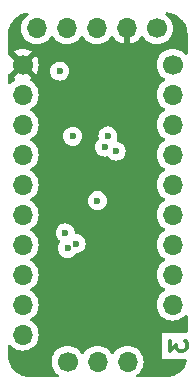
<source format=gbr>
%TF.GenerationSoftware,KiCad,Pcbnew,8.0.5*%
%TF.CreationDate,2025-01-09T20:32:44-08:00*%
%TF.ProjectId,PIC32Flex,50494333-3246-46c6-9578-2e6b69636164,rev?*%
%TF.SameCoordinates,Original*%
%TF.FileFunction,Copper,L3,Inr*%
%TF.FilePolarity,Positive*%
%FSLAX46Y46*%
G04 Gerber Fmt 4.6, Leading zero omitted, Abs format (unit mm)*
G04 Created by KiCad (PCBNEW 8.0.5) date 2025-01-09 20:32:44*
%MOMM*%
%LPD*%
G01*
G04 APERTURE LIST*
%ADD10C,0.300000*%
%TA.AperFunction,NonConductor*%
%ADD11C,0.300000*%
%TD*%
%TA.AperFunction,ComponentPad*%
%ADD12C,1.700000*%
%TD*%
%TA.AperFunction,ComponentPad*%
%ADD13O,1.700000X1.700000*%
%TD*%
%TA.AperFunction,ViaPad*%
%ADD14C,0.600000*%
%TD*%
G04 APERTURE END LIST*
D10*
D11*
X112513066Y-98397368D02*
X112513066Y-99264034D01*
X112513066Y-99264034D02*
X113046400Y-98797368D01*
X113046400Y-98797368D02*
X113046400Y-98997368D01*
X113046400Y-98997368D02*
X113113066Y-99130701D01*
X113113066Y-99130701D02*
X113179733Y-99197368D01*
X113179733Y-99197368D02*
X113313066Y-99264034D01*
X113313066Y-99264034D02*
X113646400Y-99264034D01*
X113646400Y-99264034D02*
X113779733Y-99197368D01*
X113779733Y-99197368D02*
X113846400Y-99130701D01*
X113846400Y-99130701D02*
X113913066Y-98997368D01*
X113913066Y-98997368D02*
X113913066Y-98597368D01*
X113913066Y-98597368D02*
X113846400Y-98464034D01*
X113846400Y-98464034D02*
X113779733Y-98397368D01*
D12*
%TO.N,/TXD*%
%TO.C,J1*%
X103837600Y-100170800D03*
D13*
%TO.N,/RXD*%
X106377600Y-100170800D03*
%TO.N,GND*%
X108917600Y-100170800D03*
%TD*%
D12*
%TO.N,/AN1{slash}RA1*%
%TO.C,J3*%
X112740000Y-75020000D03*
D13*
%TO.N,/AN0{slash}RA0*%
X112740000Y-77560000D03*
%TO.N,/AN9{slash}RB15*%
X112740000Y-80100000D03*
%TO.N,/AN10{slash}RB14*%
X112740000Y-82640000D03*
%TO.N,/AN11{slash}RB13*%
X112740000Y-85180000D03*
%TO.N,/AN12{slash}RB12*%
X112740000Y-87720000D03*
%TO.N,/RB11*%
X112740000Y-90260000D03*
%TO.N,/RB10*%
X112740000Y-92800000D03*
%TO.N,/RB9*%
X112740000Y-95340000D03*
%TD*%
%TO.N,/PGClk*%
%TO.C,J2*%
X101250000Y-71950000D03*
%TO.N,/PGData*%
X103790000Y-71950000D03*
%TO.N,GND*%
X106330000Y-71950000D03*
%TO.N,+3.3V*%
X108870000Y-71950000D03*
D12*
%TO.N,/MCLR*%
X111410000Y-71950000D03*
%TD*%
%TO.N,+3.3V*%
%TO.C,J4*%
X100040000Y-75020000D03*
D13*
%TO.N,GND*%
X100040000Y-77560000D03*
%TO.N,/AN4{slash}RB2*%
X100040000Y-80100000D03*
%TO.N,/AN5{slash}RB3*%
X100040000Y-82640000D03*
%TO.N,/RA2*%
X100040000Y-85180000D03*
%TO.N,/RA3*%
X100040000Y-87720000D03*
%TO.N,/RB4*%
X100040000Y-90260000D03*
%TO.N,/RA4*%
X100040000Y-92800000D03*
%TO.N,/RB5*%
X100040000Y-95340000D03*
%TO.N,/RB8*%
X100040000Y-97880000D03*
%TD*%
D14*
%TO.N,+3.3V*%
X102637600Y-91100000D03*
X104020000Y-78840000D03*
X109970000Y-82000000D03*
X107020000Y-78870000D03*
%TO.N,GND*%
X107255735Y-81065735D03*
X104280000Y-81090000D03*
X103170000Y-75570000D03*
X106373203Y-86545485D03*
%TO.N,/TXD*%
X103837600Y-90580000D03*
%TO.N,/RXD*%
X104560000Y-90180000D03*
%TO.N,/RB5*%
X103650000Y-89270000D03*
%TO.N,/AN0{slash}RA0*%
X107950000Y-82350000D03*
%TO.N,/AN1{slash}RA1*%
X106980000Y-82010000D03*
%TD*%
%TA.AperFunction,Conductor*%
%TO.N,+3.3V*%
G36*
X112426790Y-70615364D02*
G01*
X112442848Y-70617479D01*
X112628875Y-70654482D01*
X112657771Y-70660230D01*
X112673438Y-70664428D01*
X112784119Y-70701999D01*
X112880944Y-70734867D01*
X112895921Y-70741070D01*
X113026984Y-70805703D01*
X113092460Y-70837992D01*
X113106507Y-70846102D01*
X113138789Y-70867672D01*
X113288712Y-70967848D01*
X113301573Y-70977716D01*
X113373088Y-71040433D01*
X113466328Y-71122202D01*
X113477797Y-71133671D01*
X113569808Y-71238590D01*
X113609152Y-71283454D01*
X113622280Y-71298423D01*
X113632153Y-71311290D01*
X113653724Y-71343573D01*
X113753897Y-71493492D01*
X113762007Y-71507539D01*
X113858926Y-71704071D01*
X113865133Y-71719057D01*
X113935571Y-71926561D01*
X113939769Y-71942228D01*
X113982518Y-72157140D01*
X113984636Y-72173221D01*
X113999235Y-72395956D01*
X113999500Y-72404066D01*
X113999500Y-74071294D01*
X113979815Y-74138333D01*
X113927011Y-74184088D01*
X113857853Y-74194032D01*
X113794297Y-74165007D01*
X113780515Y-74151005D01*
X113778495Y-74148598D01*
X113611402Y-73981506D01*
X113611395Y-73981501D01*
X113417834Y-73845967D01*
X113417830Y-73845965D01*
X113417828Y-73845964D01*
X113203663Y-73746097D01*
X113203659Y-73746096D01*
X113203655Y-73746094D01*
X112975413Y-73684938D01*
X112975403Y-73684936D01*
X112740001Y-73664341D01*
X112739999Y-73664341D01*
X112504596Y-73684936D01*
X112504586Y-73684938D01*
X112276344Y-73746094D01*
X112276335Y-73746098D01*
X112062171Y-73845964D01*
X112062169Y-73845965D01*
X111868597Y-73981505D01*
X111701505Y-74148597D01*
X111565965Y-74342169D01*
X111565964Y-74342171D01*
X111466098Y-74556335D01*
X111466094Y-74556344D01*
X111404938Y-74784586D01*
X111404936Y-74784596D01*
X111384341Y-75019999D01*
X111384341Y-75020000D01*
X111404936Y-75255403D01*
X111404938Y-75255413D01*
X111466094Y-75483655D01*
X111466096Y-75483659D01*
X111466097Y-75483663D01*
X111506355Y-75569996D01*
X111565965Y-75697830D01*
X111565967Y-75697834D01*
X111633476Y-75794246D01*
X111698916Y-75887704D01*
X111701501Y-75891395D01*
X111701506Y-75891402D01*
X111868597Y-76058493D01*
X111868603Y-76058498D01*
X112054158Y-76188425D01*
X112097783Y-76243002D01*
X112104977Y-76312500D01*
X112073454Y-76374855D01*
X112054158Y-76391575D01*
X111868597Y-76521505D01*
X111701505Y-76688597D01*
X111565965Y-76882169D01*
X111565964Y-76882171D01*
X111466098Y-77096335D01*
X111466094Y-77096344D01*
X111404938Y-77324586D01*
X111404936Y-77324596D01*
X111384341Y-77559999D01*
X111384341Y-77560000D01*
X111404936Y-77795403D01*
X111404938Y-77795413D01*
X111466094Y-78023655D01*
X111466096Y-78023659D01*
X111466097Y-78023663D01*
X111480500Y-78054550D01*
X111565965Y-78237830D01*
X111565967Y-78237834D01*
X111671946Y-78389187D01*
X111698916Y-78427704D01*
X111701501Y-78431395D01*
X111701506Y-78431402D01*
X111868597Y-78598493D01*
X111868603Y-78598498D01*
X112054158Y-78728425D01*
X112097783Y-78783002D01*
X112104977Y-78852500D01*
X112073454Y-78914855D01*
X112054158Y-78931575D01*
X111868597Y-79061505D01*
X111701505Y-79228597D01*
X111565965Y-79422169D01*
X111565964Y-79422171D01*
X111466098Y-79636335D01*
X111466094Y-79636344D01*
X111404938Y-79864586D01*
X111404936Y-79864596D01*
X111384341Y-80099999D01*
X111384341Y-80100000D01*
X111404936Y-80335403D01*
X111404938Y-80335413D01*
X111466094Y-80563655D01*
X111466096Y-80563659D01*
X111466097Y-80563663D01*
X111565965Y-80777830D01*
X111565967Y-80777834D01*
X111642046Y-80886485D01*
X111698916Y-80967704D01*
X111701501Y-80971395D01*
X111701506Y-80971402D01*
X111868597Y-81138493D01*
X111868603Y-81138498D01*
X112054158Y-81268425D01*
X112097783Y-81323002D01*
X112104977Y-81392500D01*
X112073454Y-81454855D01*
X112054158Y-81471575D01*
X111868597Y-81601505D01*
X111701505Y-81768597D01*
X111565965Y-81962169D01*
X111565964Y-81962171D01*
X111466098Y-82176335D01*
X111466094Y-82176344D01*
X111404938Y-82404586D01*
X111404936Y-82404596D01*
X111384341Y-82639999D01*
X111384341Y-82640000D01*
X111404936Y-82875403D01*
X111404938Y-82875413D01*
X111466094Y-83103655D01*
X111466096Y-83103659D01*
X111466097Y-83103663D01*
X111514714Y-83207922D01*
X111565965Y-83317830D01*
X111565967Y-83317834D01*
X111671946Y-83469187D01*
X111698916Y-83507704D01*
X111701501Y-83511395D01*
X111701506Y-83511402D01*
X111868597Y-83678493D01*
X111868603Y-83678498D01*
X112054158Y-83808425D01*
X112097783Y-83863002D01*
X112104977Y-83932500D01*
X112073454Y-83994855D01*
X112054158Y-84011575D01*
X111868597Y-84141505D01*
X111701505Y-84308597D01*
X111565965Y-84502169D01*
X111565964Y-84502171D01*
X111466098Y-84716335D01*
X111466094Y-84716344D01*
X111404938Y-84944586D01*
X111404936Y-84944596D01*
X111384341Y-85179999D01*
X111384341Y-85180000D01*
X111404936Y-85415403D01*
X111404938Y-85415413D01*
X111466094Y-85643655D01*
X111466096Y-85643659D01*
X111466097Y-85643663D01*
X111480500Y-85674550D01*
X111565965Y-85857830D01*
X111565967Y-85857834D01*
X111606464Y-85915669D01*
X111698916Y-86047704D01*
X111701501Y-86051395D01*
X111701506Y-86051402D01*
X111868597Y-86218493D01*
X111868603Y-86218498D01*
X112054158Y-86348425D01*
X112097783Y-86403002D01*
X112104977Y-86472500D01*
X112073454Y-86534855D01*
X112054158Y-86551575D01*
X111868597Y-86681505D01*
X111701505Y-86848597D01*
X111565965Y-87042169D01*
X111565964Y-87042171D01*
X111466098Y-87256335D01*
X111466094Y-87256344D01*
X111404938Y-87484586D01*
X111404936Y-87484596D01*
X111384341Y-87719999D01*
X111384341Y-87720000D01*
X111404936Y-87955403D01*
X111404938Y-87955413D01*
X111466094Y-88183655D01*
X111466096Y-88183659D01*
X111466097Y-88183663D01*
X111480500Y-88214550D01*
X111565965Y-88397830D01*
X111565967Y-88397834D01*
X111626744Y-88484632D01*
X111698916Y-88587704D01*
X111701501Y-88591395D01*
X111701506Y-88591402D01*
X111868597Y-88758493D01*
X111868603Y-88758498D01*
X112054158Y-88888425D01*
X112097783Y-88943002D01*
X112104977Y-89012500D01*
X112073454Y-89074855D01*
X112054158Y-89091575D01*
X111868597Y-89221505D01*
X111701505Y-89388597D01*
X111565965Y-89582169D01*
X111565964Y-89582171D01*
X111466098Y-89796335D01*
X111466094Y-89796344D01*
X111404938Y-90024586D01*
X111404936Y-90024596D01*
X111384341Y-90259999D01*
X111384341Y-90260000D01*
X111404936Y-90495403D01*
X111404938Y-90495413D01*
X111466094Y-90723655D01*
X111466096Y-90723659D01*
X111466097Y-90723663D01*
X111506271Y-90809816D01*
X111565965Y-90937830D01*
X111565967Y-90937834D01*
X111637497Y-91039988D01*
X111698916Y-91127704D01*
X111701501Y-91131395D01*
X111701506Y-91131402D01*
X111868597Y-91298493D01*
X111868603Y-91298498D01*
X112054158Y-91428425D01*
X112097783Y-91483002D01*
X112104977Y-91552500D01*
X112073454Y-91614855D01*
X112054158Y-91631575D01*
X111868597Y-91761505D01*
X111701505Y-91928597D01*
X111565965Y-92122169D01*
X111565964Y-92122171D01*
X111466098Y-92336335D01*
X111466094Y-92336344D01*
X111404938Y-92564586D01*
X111404936Y-92564596D01*
X111384341Y-92799999D01*
X111384341Y-92800000D01*
X111404936Y-93035403D01*
X111404938Y-93035413D01*
X111466094Y-93263655D01*
X111466096Y-93263659D01*
X111466097Y-93263663D01*
X111480500Y-93294550D01*
X111565965Y-93477830D01*
X111565967Y-93477834D01*
X111671946Y-93629187D01*
X111698916Y-93667704D01*
X111701501Y-93671395D01*
X111701506Y-93671402D01*
X111868597Y-93838493D01*
X111868603Y-93838498D01*
X112054158Y-93968425D01*
X112097783Y-94023002D01*
X112104977Y-94092500D01*
X112073454Y-94154855D01*
X112054158Y-94171575D01*
X111868597Y-94301505D01*
X111701505Y-94468597D01*
X111565965Y-94662169D01*
X111565964Y-94662171D01*
X111466098Y-94876335D01*
X111466094Y-94876344D01*
X111404938Y-95104586D01*
X111404936Y-95104596D01*
X111384341Y-95339999D01*
X111384341Y-95340000D01*
X111404936Y-95575403D01*
X111404938Y-95575413D01*
X111466094Y-95803655D01*
X111466096Y-95803659D01*
X111466097Y-95803663D01*
X111480500Y-95834550D01*
X111565965Y-96017830D01*
X111565967Y-96017834D01*
X111671946Y-96169187D01*
X111701505Y-96211401D01*
X111868599Y-96378495D01*
X111965384Y-96446265D01*
X112062165Y-96514032D01*
X112062167Y-96514033D01*
X112062170Y-96514035D01*
X112276337Y-96613903D01*
X112504592Y-96675063D01*
X112692918Y-96691539D01*
X112739999Y-96695659D01*
X112740000Y-96695659D01*
X112740001Y-96695659D01*
X112779234Y-96692226D01*
X112975408Y-96675063D01*
X113203663Y-96613903D01*
X113417830Y-96514035D01*
X113611401Y-96378495D01*
X113778495Y-96211401D01*
X113778501Y-96211391D01*
X113780510Y-96208999D01*
X113781666Y-96208229D01*
X113782323Y-96207573D01*
X113782454Y-96207704D01*
X113838681Y-96170296D01*
X113908542Y-96169187D01*
X113967912Y-96206024D01*
X113997942Y-96269111D01*
X113999500Y-96288704D01*
X113999500Y-97617868D01*
X113979815Y-97684907D01*
X113927011Y-97730662D01*
X113875500Y-97741868D01*
X111855924Y-97741868D01*
X111855924Y-99921259D01*
X113832896Y-99921259D01*
X113899935Y-99940944D01*
X113945690Y-99993748D01*
X113955634Y-100062906D01*
X113954513Y-100069451D01*
X113939772Y-100143558D01*
X113935575Y-100159223D01*
X113865137Y-100366733D01*
X113858929Y-100381719D01*
X113762007Y-100578259D01*
X113753897Y-100592306D01*
X113632161Y-100774498D01*
X113622287Y-100787367D01*
X113477801Y-100952123D01*
X113466332Y-100963592D01*
X113301580Y-101108077D01*
X113288712Y-101117951D01*
X113106511Y-101239695D01*
X113092464Y-101247805D01*
X112895931Y-101344725D01*
X112880946Y-101350932D01*
X112673441Y-101421371D01*
X112657773Y-101425569D01*
X112442860Y-101468318D01*
X112426779Y-101470436D01*
X112204257Y-101485021D01*
X112196147Y-101485286D01*
X109788123Y-101485286D01*
X109721084Y-101465601D01*
X109675329Y-101412797D01*
X109665385Y-101343639D01*
X109694410Y-101280083D01*
X109717000Y-101259711D01*
X109745600Y-101239685D01*
X109789001Y-101209295D01*
X109956095Y-101042201D01*
X110091635Y-100848630D01*
X110191503Y-100634463D01*
X110252663Y-100406208D01*
X110273259Y-100170800D01*
X110271573Y-100151535D01*
X110263819Y-100062906D01*
X110252663Y-99935392D01*
X110191503Y-99707137D01*
X110091635Y-99492971D01*
X110086025Y-99484958D01*
X109956094Y-99299397D01*
X109789002Y-99132306D01*
X109788995Y-99132301D01*
X109595434Y-98996767D01*
X109595430Y-98996765D01*
X109595428Y-98996764D01*
X109381263Y-98896897D01*
X109381259Y-98896896D01*
X109381255Y-98896894D01*
X109153013Y-98835738D01*
X109153003Y-98835736D01*
X108917601Y-98815141D01*
X108917599Y-98815141D01*
X108682196Y-98835736D01*
X108682186Y-98835738D01*
X108453944Y-98896894D01*
X108453935Y-98896898D01*
X108239771Y-98996764D01*
X108239769Y-98996765D01*
X108046197Y-99132305D01*
X107879105Y-99299397D01*
X107749175Y-99484958D01*
X107694598Y-99528583D01*
X107625100Y-99535777D01*
X107562745Y-99504254D01*
X107546025Y-99484958D01*
X107416094Y-99299397D01*
X107249002Y-99132306D01*
X107248995Y-99132301D01*
X107055434Y-98996767D01*
X107055430Y-98996765D01*
X107055428Y-98996764D01*
X106841263Y-98896897D01*
X106841259Y-98896896D01*
X106841255Y-98896894D01*
X106613013Y-98835738D01*
X106613003Y-98835736D01*
X106377601Y-98815141D01*
X106377599Y-98815141D01*
X106142196Y-98835736D01*
X106142186Y-98835738D01*
X105913944Y-98896894D01*
X105913935Y-98896898D01*
X105699771Y-98996764D01*
X105699769Y-98996765D01*
X105506197Y-99132305D01*
X105339105Y-99299397D01*
X105209175Y-99484958D01*
X105154598Y-99528583D01*
X105085100Y-99535777D01*
X105022745Y-99504254D01*
X105006025Y-99484958D01*
X104876094Y-99299397D01*
X104709002Y-99132306D01*
X104708995Y-99132301D01*
X104515434Y-98996767D01*
X104515430Y-98996765D01*
X104515428Y-98996764D01*
X104301263Y-98896897D01*
X104301259Y-98896896D01*
X104301255Y-98896894D01*
X104073013Y-98835738D01*
X104073003Y-98835736D01*
X103837601Y-98815141D01*
X103837599Y-98815141D01*
X103602196Y-98835736D01*
X103602186Y-98835738D01*
X103373944Y-98896894D01*
X103373935Y-98896898D01*
X103159771Y-98996764D01*
X103159769Y-98996765D01*
X102966197Y-99132305D01*
X102799105Y-99299397D01*
X102663565Y-99492969D01*
X102663564Y-99492971D01*
X102563698Y-99707135D01*
X102563694Y-99707144D01*
X102502538Y-99935386D01*
X102502536Y-99935396D01*
X102481941Y-100170799D01*
X102481941Y-100170800D01*
X102502536Y-100406203D01*
X102502538Y-100406213D01*
X102563694Y-100634455D01*
X102563696Y-100634459D01*
X102563697Y-100634463D01*
X102567600Y-100642832D01*
X102663565Y-100848630D01*
X102663567Y-100848634D01*
X102744059Y-100963587D01*
X102799101Y-101042196D01*
X102799106Y-101042202D01*
X102966197Y-101209293D01*
X102966203Y-101209298D01*
X103038200Y-101259711D01*
X103081825Y-101314288D01*
X103089019Y-101383786D01*
X103057496Y-101446141D01*
X102997266Y-101481555D01*
X102967077Y-101485286D01*
X100618278Y-101485286D01*
X100610169Y-101485021D01*
X100387433Y-101470424D01*
X100371352Y-101468306D01*
X100343705Y-101462806D01*
X100156444Y-101425558D01*
X100140778Y-101421361D01*
X99933265Y-101350922D01*
X99918278Y-101344714D01*
X99721746Y-101247795D01*
X99707700Y-101239685D01*
X99525505Y-101117947D01*
X99512636Y-101108073D01*
X99347881Y-100963587D01*
X99336412Y-100952118D01*
X99191926Y-100787363D01*
X99182052Y-100774494D01*
X99060314Y-100592299D01*
X99052204Y-100578253D01*
X99044466Y-100562563D01*
X98955282Y-100381714D01*
X98949077Y-100366734D01*
X98878638Y-100159221D01*
X98874441Y-100143555D01*
X98831691Y-99928634D01*
X98829576Y-99912577D01*
X98814979Y-99689829D01*
X98814714Y-99681721D01*
X98814714Y-98863972D01*
X98834399Y-98796933D01*
X98887203Y-98751178D01*
X98956361Y-98741234D01*
X99019917Y-98770259D01*
X99026395Y-98776291D01*
X99168599Y-98918495D01*
X99265384Y-98986265D01*
X99362165Y-99054032D01*
X99362167Y-99054033D01*
X99362170Y-99054035D01*
X99576337Y-99153903D01*
X99804592Y-99215063D01*
X99992918Y-99231539D01*
X100039999Y-99235659D01*
X100040000Y-99235659D01*
X100040001Y-99235659D01*
X100079234Y-99232226D01*
X100275408Y-99215063D01*
X100503663Y-99153903D01*
X100717830Y-99054035D01*
X100911401Y-98918495D01*
X101078495Y-98751401D01*
X101214035Y-98557830D01*
X101313903Y-98343663D01*
X101375063Y-98115408D01*
X101395659Y-97880000D01*
X101375063Y-97644592D01*
X101313903Y-97416337D01*
X101214035Y-97202171D01*
X101078495Y-97008599D01*
X101078494Y-97008597D01*
X100911402Y-96841506D01*
X100911396Y-96841501D01*
X100725842Y-96711575D01*
X100682217Y-96656998D01*
X100675023Y-96587500D01*
X100706546Y-96525145D01*
X100725842Y-96508425D01*
X100748026Y-96492891D01*
X100911401Y-96378495D01*
X101078495Y-96211401D01*
X101214035Y-96017830D01*
X101313903Y-95803663D01*
X101375063Y-95575408D01*
X101395659Y-95340000D01*
X101375063Y-95104592D01*
X101313903Y-94876337D01*
X101214035Y-94662171D01*
X101110308Y-94514032D01*
X101078494Y-94468597D01*
X100911402Y-94301506D01*
X100911396Y-94301501D01*
X100725842Y-94171575D01*
X100682217Y-94116998D01*
X100675023Y-94047500D01*
X100706546Y-93985145D01*
X100725842Y-93968425D01*
X100748026Y-93952891D01*
X100911401Y-93838495D01*
X101078495Y-93671401D01*
X101214035Y-93477830D01*
X101313903Y-93263663D01*
X101375063Y-93035408D01*
X101395659Y-92800000D01*
X101375063Y-92564592D01*
X101313903Y-92336337D01*
X101214035Y-92122171D01*
X101110308Y-91974032D01*
X101078494Y-91928597D01*
X100911402Y-91761506D01*
X100911396Y-91761501D01*
X100725842Y-91631575D01*
X100682217Y-91576998D01*
X100675023Y-91507500D01*
X100706546Y-91445145D01*
X100725842Y-91428425D01*
X100815895Y-91365369D01*
X100911401Y-91298495D01*
X101078495Y-91131401D01*
X101214035Y-90937830D01*
X101313903Y-90723663D01*
X101375063Y-90495408D01*
X101395659Y-90260000D01*
X101375063Y-90024592D01*
X101313903Y-89796337D01*
X101214035Y-89582171D01*
X101120963Y-89449249D01*
X101078494Y-89388597D01*
X100959892Y-89269996D01*
X102844435Y-89269996D01*
X102844435Y-89270003D01*
X102864630Y-89449249D01*
X102864631Y-89449254D01*
X102924211Y-89619523D01*
X103020184Y-89772262D01*
X103147737Y-89899815D01*
X103147740Y-89899817D01*
X103165943Y-89911255D01*
X103212235Y-89963589D01*
X103222884Y-90032642D01*
X103204966Y-90082221D01*
X103111811Y-90230476D01*
X103052231Y-90400745D01*
X103052230Y-90400750D01*
X103032035Y-90579996D01*
X103032035Y-90580003D01*
X103052230Y-90759249D01*
X103052231Y-90759254D01*
X103111811Y-90929523D01*
X103147025Y-90985565D01*
X103207784Y-91082262D01*
X103335338Y-91209816D01*
X103389697Y-91243972D01*
X103476469Y-91298495D01*
X103488078Y-91305789D01*
X103658345Y-91365368D01*
X103658350Y-91365369D01*
X103837596Y-91385565D01*
X103837600Y-91385565D01*
X103837604Y-91385565D01*
X104016849Y-91365369D01*
X104016852Y-91365368D01*
X104016855Y-91365368D01*
X104187122Y-91305789D01*
X104339862Y-91209816D01*
X104467416Y-91082262D01*
X104493979Y-91039985D01*
X104546310Y-90993696D01*
X104585087Y-90982738D01*
X104639136Y-90976648D01*
X104739249Y-90965369D01*
X104739252Y-90965368D01*
X104739255Y-90965368D01*
X104909522Y-90905789D01*
X105062262Y-90809816D01*
X105189816Y-90682262D01*
X105285789Y-90529522D01*
X105345368Y-90359255D01*
X105345369Y-90359249D01*
X105365565Y-90180003D01*
X105365565Y-90179996D01*
X105345369Y-90000750D01*
X105345368Y-90000745D01*
X105342183Y-89991642D01*
X105285789Y-89830478D01*
X105189816Y-89677738D01*
X105062262Y-89550184D01*
X104909523Y-89454211D01*
X104739254Y-89394631D01*
X104739250Y-89394630D01*
X104564404Y-89374930D01*
X104499990Y-89347863D01*
X104460435Y-89290268D01*
X104455068Y-89265593D01*
X104450100Y-89221501D01*
X104435369Y-89090750D01*
X104435369Y-89090749D01*
X104435368Y-89090745D01*
X104400116Y-88990000D01*
X104375789Y-88920478D01*
X104279816Y-88767738D01*
X104152262Y-88640184D01*
X104074626Y-88591402D01*
X103999523Y-88544211D01*
X103829254Y-88484631D01*
X103829249Y-88484630D01*
X103650004Y-88464435D01*
X103649996Y-88464435D01*
X103470750Y-88484630D01*
X103470745Y-88484631D01*
X103300476Y-88544211D01*
X103147737Y-88640184D01*
X103020184Y-88767737D01*
X102924211Y-88920476D01*
X102864631Y-89090745D01*
X102864630Y-89090750D01*
X102844435Y-89269996D01*
X100959892Y-89269996D01*
X100911402Y-89221506D01*
X100911396Y-89221501D01*
X100725842Y-89091575D01*
X100682217Y-89036998D01*
X100675023Y-88967500D01*
X100706546Y-88905145D01*
X100725842Y-88888425D01*
X100748026Y-88872891D01*
X100911401Y-88758495D01*
X101078495Y-88591401D01*
X101214035Y-88397830D01*
X101313903Y-88183663D01*
X101375063Y-87955408D01*
X101395659Y-87720000D01*
X101375063Y-87484592D01*
X101313903Y-87256337D01*
X101214035Y-87042171D01*
X101110308Y-86894032D01*
X101078494Y-86848597D01*
X100911402Y-86681506D01*
X100911396Y-86681501D01*
X100725842Y-86551575D01*
X100720971Y-86545481D01*
X105567638Y-86545481D01*
X105567638Y-86545488D01*
X105587833Y-86724734D01*
X105587834Y-86724739D01*
X105647414Y-86895008D01*
X105739882Y-87042169D01*
X105743387Y-87047747D01*
X105870941Y-87175301D01*
X105950751Y-87225449D01*
X105999905Y-87256335D01*
X106023681Y-87271274D01*
X106193948Y-87330853D01*
X106193953Y-87330854D01*
X106373199Y-87351050D01*
X106373203Y-87351050D01*
X106373207Y-87351050D01*
X106552452Y-87330854D01*
X106552455Y-87330853D01*
X106552458Y-87330853D01*
X106722725Y-87271274D01*
X106875465Y-87175301D01*
X107003019Y-87047747D01*
X107098992Y-86895007D01*
X107158571Y-86724740D01*
X107158572Y-86724734D01*
X107178768Y-86545488D01*
X107178768Y-86545481D01*
X107158572Y-86366235D01*
X107158571Y-86366230D01*
X107106876Y-86218495D01*
X107098992Y-86195963D01*
X107003019Y-86043223D01*
X106875465Y-85915669D01*
X106722726Y-85819696D01*
X106552457Y-85760116D01*
X106552452Y-85760115D01*
X106373207Y-85739920D01*
X106373199Y-85739920D01*
X106193953Y-85760115D01*
X106193948Y-85760116D01*
X106023679Y-85819696D01*
X105870940Y-85915669D01*
X105743387Y-86043222D01*
X105647414Y-86195961D01*
X105587834Y-86366230D01*
X105587833Y-86366235D01*
X105567638Y-86545481D01*
X100720971Y-86545481D01*
X100682217Y-86496998D01*
X100675023Y-86427500D01*
X100706546Y-86365145D01*
X100725842Y-86348425D01*
X100748026Y-86332891D01*
X100911401Y-86218495D01*
X101078495Y-86051401D01*
X101214035Y-85857830D01*
X101313903Y-85643663D01*
X101375063Y-85415408D01*
X101395659Y-85180000D01*
X101375063Y-84944592D01*
X101313903Y-84716337D01*
X101214035Y-84502171D01*
X101110308Y-84354032D01*
X101078494Y-84308597D01*
X100911402Y-84141506D01*
X100911396Y-84141501D01*
X100725842Y-84011575D01*
X100682217Y-83956998D01*
X100675023Y-83887500D01*
X100706546Y-83825145D01*
X100725842Y-83808425D01*
X100748026Y-83792891D01*
X100911401Y-83678495D01*
X101078495Y-83511401D01*
X101214035Y-83317830D01*
X101313903Y-83103663D01*
X101375063Y-82875408D01*
X101395659Y-82640000D01*
X101375063Y-82404592D01*
X101313903Y-82176337D01*
X101236336Y-82009996D01*
X106174435Y-82009996D01*
X106174435Y-82010003D01*
X106194630Y-82189249D01*
X106194631Y-82189254D01*
X106254211Y-82359523D01*
X106350184Y-82512262D01*
X106477738Y-82639816D01*
X106630478Y-82735789D01*
X106800745Y-82795368D01*
X106800750Y-82795369D01*
X106979996Y-82815565D01*
X106980000Y-82815565D01*
X106980004Y-82815565D01*
X107159247Y-82795369D01*
X107159247Y-82795368D01*
X107159255Y-82795368D01*
X107168532Y-82792121D01*
X107238305Y-82788556D01*
X107298935Y-82823281D01*
X107314482Y-82843187D01*
X107320184Y-82852262D01*
X107447738Y-82979816D01*
X107600478Y-83075789D01*
X107768407Y-83134550D01*
X107770745Y-83135368D01*
X107770750Y-83135369D01*
X107949996Y-83155565D01*
X107950000Y-83155565D01*
X107950004Y-83155565D01*
X108129249Y-83135369D01*
X108129252Y-83135368D01*
X108129255Y-83135368D01*
X108299522Y-83075789D01*
X108452262Y-82979816D01*
X108579816Y-82852262D01*
X108675789Y-82699522D01*
X108735368Y-82529255D01*
X108755565Y-82350000D01*
X108737453Y-82189254D01*
X108735369Y-82170750D01*
X108735368Y-82170745D01*
X108675788Y-82000476D01*
X108609868Y-81895565D01*
X108579816Y-81847738D01*
X108452262Y-81720184D01*
X108406284Y-81691294D01*
X108299523Y-81624211D01*
X108129254Y-81564631D01*
X108129250Y-81564630D01*
X108091355Y-81560361D01*
X108026941Y-81533294D01*
X107987386Y-81475699D01*
X107985249Y-81405862D01*
X107988198Y-81396186D01*
X108041101Y-81244997D01*
X108041104Y-81244984D01*
X108061300Y-81065738D01*
X108061300Y-81065731D01*
X108041104Y-80886485D01*
X108041103Y-80886480D01*
X108003085Y-80777830D01*
X107981524Y-80716213D01*
X107885551Y-80563473D01*
X107757997Y-80435919D01*
X107605258Y-80339946D01*
X107434989Y-80280366D01*
X107434984Y-80280365D01*
X107255739Y-80260170D01*
X107255731Y-80260170D01*
X107076485Y-80280365D01*
X107076480Y-80280366D01*
X106906211Y-80339946D01*
X106753472Y-80435919D01*
X106625919Y-80563472D01*
X106529946Y-80716211D01*
X106470366Y-80886480D01*
X106470365Y-80886485D01*
X106450170Y-81065731D01*
X106450170Y-81065738D01*
X106470366Y-81244987D01*
X106481588Y-81277058D01*
X106485149Y-81346836D01*
X106452228Y-81405692D01*
X106350185Y-81507736D01*
X106350184Y-81507737D01*
X106254211Y-81660476D01*
X106194631Y-81830745D01*
X106194630Y-81830750D01*
X106174435Y-82009996D01*
X101236336Y-82009996D01*
X101214035Y-81962171D01*
X101167398Y-81895565D01*
X101078494Y-81768597D01*
X100911402Y-81601506D01*
X100911396Y-81601501D01*
X100725842Y-81471575D01*
X100682217Y-81416998D01*
X100675023Y-81347500D01*
X100706546Y-81285145D01*
X100725842Y-81268425D01*
X100748026Y-81252891D01*
X100911401Y-81138495D01*
X100959900Y-81089996D01*
X103474435Y-81089996D01*
X103474435Y-81090003D01*
X103494630Y-81269249D01*
X103494631Y-81269254D01*
X103554211Y-81439523D01*
X103597073Y-81507737D01*
X103650184Y-81592262D01*
X103777738Y-81719816D01*
X103855374Y-81768598D01*
X103927681Y-81814032D01*
X103930478Y-81815789D01*
X104021783Y-81847738D01*
X104100745Y-81875368D01*
X104100750Y-81875369D01*
X104279996Y-81895565D01*
X104280000Y-81895565D01*
X104280004Y-81895565D01*
X104459249Y-81875369D01*
X104459252Y-81875368D01*
X104459255Y-81875368D01*
X104629522Y-81815789D01*
X104782262Y-81719816D01*
X104909816Y-81592262D01*
X105005789Y-81439522D01*
X105065368Y-81269255D01*
X105065462Y-81268425D01*
X105085565Y-81090003D01*
X105085565Y-81089996D01*
X105065369Y-80910750D01*
X105065368Y-80910745D01*
X105005788Y-80740476D01*
X104909815Y-80587737D01*
X104782262Y-80460184D01*
X104629523Y-80364211D01*
X104459254Y-80304631D01*
X104459249Y-80304630D01*
X104280004Y-80284435D01*
X104279996Y-80284435D01*
X104100750Y-80304630D01*
X104100745Y-80304631D01*
X103930476Y-80364211D01*
X103777737Y-80460184D01*
X103650184Y-80587737D01*
X103554211Y-80740476D01*
X103494631Y-80910745D01*
X103494630Y-80910750D01*
X103474435Y-81089996D01*
X100959900Y-81089996D01*
X101078495Y-80971401D01*
X101214035Y-80777830D01*
X101313903Y-80563663D01*
X101375063Y-80335408D01*
X101395659Y-80100000D01*
X101375063Y-79864592D01*
X101313903Y-79636337D01*
X101214035Y-79422171D01*
X101110308Y-79274032D01*
X101078494Y-79228597D01*
X100911402Y-79061506D01*
X100911396Y-79061501D01*
X100725842Y-78931575D01*
X100682217Y-78876998D01*
X100675023Y-78807500D01*
X100706546Y-78745145D01*
X100725842Y-78728425D01*
X100748026Y-78712891D01*
X100911401Y-78598495D01*
X101078495Y-78431401D01*
X101214035Y-78237830D01*
X101313903Y-78023663D01*
X101375063Y-77795408D01*
X101395659Y-77560000D01*
X101375063Y-77324592D01*
X101313903Y-77096337D01*
X101214035Y-76882171D01*
X101110308Y-76734032D01*
X101078494Y-76688597D01*
X100911402Y-76521506D01*
X100911401Y-76521505D01*
X100725405Y-76391269D01*
X100681781Y-76336692D01*
X100674588Y-76267193D01*
X100706110Y-76204839D01*
X100725405Y-76188119D01*
X100801373Y-76134925D01*
X100169409Y-75502962D01*
X100232993Y-75485925D01*
X100347007Y-75420099D01*
X100440099Y-75327007D01*
X100505925Y-75212993D01*
X100522962Y-75149410D01*
X101154925Y-75781373D01*
X101154926Y-75781373D01*
X101213598Y-75697582D01*
X101213600Y-75697578D01*
X101273092Y-75569996D01*
X102364435Y-75569996D01*
X102364435Y-75570003D01*
X102384630Y-75749249D01*
X102384631Y-75749254D01*
X102444211Y-75919523D01*
X102462803Y-75949111D01*
X102540184Y-76072262D01*
X102667738Y-76199816D01*
X102820478Y-76295789D01*
X102937372Y-76336692D01*
X102990745Y-76355368D01*
X102990750Y-76355369D01*
X103169996Y-76375565D01*
X103170000Y-76375565D01*
X103170004Y-76375565D01*
X103349249Y-76355369D01*
X103349252Y-76355368D01*
X103349255Y-76355368D01*
X103519522Y-76295789D01*
X103672262Y-76199816D01*
X103799816Y-76072262D01*
X103895789Y-75919522D01*
X103955368Y-75749255D01*
X103975565Y-75570000D01*
X103969931Y-75520000D01*
X103955369Y-75390750D01*
X103955368Y-75390745D01*
X103908013Y-75255413D01*
X103895789Y-75220478D01*
X103799816Y-75067738D01*
X103672262Y-74940184D01*
X103519523Y-74844211D01*
X103349254Y-74784631D01*
X103349249Y-74784630D01*
X103170004Y-74764435D01*
X103169996Y-74764435D01*
X102990750Y-74784630D01*
X102990745Y-74784631D01*
X102820476Y-74844211D01*
X102667737Y-74940184D01*
X102540184Y-75067737D01*
X102444211Y-75220476D01*
X102384631Y-75390745D01*
X102384630Y-75390750D01*
X102364435Y-75569996D01*
X101273092Y-75569996D01*
X101313429Y-75483492D01*
X101313433Y-75483483D01*
X101374567Y-75255326D01*
X101374569Y-75255315D01*
X101395157Y-75020001D01*
X101395157Y-75019998D01*
X101374569Y-74784684D01*
X101374567Y-74784673D01*
X101313433Y-74556516D01*
X101313429Y-74556507D01*
X101213600Y-74342423D01*
X101213599Y-74342421D01*
X101154925Y-74258626D01*
X101154925Y-74258625D01*
X100522962Y-74890589D01*
X100505925Y-74827007D01*
X100440099Y-74712993D01*
X100347007Y-74619901D01*
X100232993Y-74554075D01*
X100169410Y-74537037D01*
X100801373Y-73905073D01*
X100801373Y-73905072D01*
X100717583Y-73846402D01*
X100717579Y-73846400D01*
X100503492Y-73746570D01*
X100503483Y-73746566D01*
X100275326Y-73685432D01*
X100275315Y-73685430D01*
X100040002Y-73664843D01*
X100039998Y-73664843D01*
X99804684Y-73685430D01*
X99804673Y-73685432D01*
X99576516Y-73746566D01*
X99576507Y-73746570D01*
X99362419Y-73846401D01*
X99278625Y-73905072D01*
X99910590Y-74537037D01*
X99847007Y-74554075D01*
X99732993Y-74619901D01*
X99639901Y-74712993D01*
X99574075Y-74827007D01*
X99557037Y-74890590D01*
X98916245Y-74249798D01*
X98881020Y-74242718D01*
X98830837Y-74194102D01*
X98814714Y-74132958D01*
X98814714Y-72404066D01*
X98814979Y-72395956D01*
X98817328Y-72360118D01*
X98829578Y-72173210D01*
X98831693Y-72157155D01*
X98874447Y-71942217D01*
X98878643Y-71926561D01*
X98949083Y-71719052D01*
X98955281Y-71704087D01*
X99052210Y-71507536D01*
X99060313Y-71493501D01*
X99182067Y-71311283D01*
X99191918Y-71298445D01*
X99336429Y-71133663D01*
X99347880Y-71122213D01*
X99512645Y-70977719D01*
X99525504Y-70967853D01*
X99707705Y-70846111D01*
X99721740Y-70838006D01*
X99918297Y-70741076D01*
X99933257Y-70734880D01*
X100140782Y-70664436D01*
X100156432Y-70660242D01*
X100371365Y-70617491D01*
X100387439Y-70615376D01*
X100401853Y-70614431D01*
X100470036Y-70629687D01*
X100519148Y-70679385D01*
X100533594Y-70747745D01*
X100508790Y-70813063D01*
X100481089Y-70839739D01*
X100378598Y-70911504D01*
X100211505Y-71078597D01*
X100075965Y-71272169D01*
X100075964Y-71272171D01*
X99976098Y-71486335D01*
X99976094Y-71486344D01*
X99914938Y-71714586D01*
X99914936Y-71714596D01*
X99894341Y-71949999D01*
X99894341Y-71950000D01*
X99914936Y-72185403D01*
X99914938Y-72185413D01*
X99976094Y-72413655D01*
X99976096Y-72413659D01*
X99976097Y-72413663D01*
X100055801Y-72584588D01*
X100075965Y-72627830D01*
X100075967Y-72627834D01*
X100184281Y-72782521D01*
X100211505Y-72821401D01*
X100378599Y-72988495D01*
X100475384Y-73056265D01*
X100572165Y-73124032D01*
X100572167Y-73124033D01*
X100572170Y-73124035D01*
X100786337Y-73223903D01*
X101014592Y-73285063D01*
X101202918Y-73301539D01*
X101249999Y-73305659D01*
X101250000Y-73305659D01*
X101250001Y-73305659D01*
X101289234Y-73302226D01*
X101485408Y-73285063D01*
X101713663Y-73223903D01*
X101927830Y-73124035D01*
X102121401Y-72988495D01*
X102288495Y-72821401D01*
X102418425Y-72635842D01*
X102473002Y-72592217D01*
X102542500Y-72585023D01*
X102604855Y-72616546D01*
X102621575Y-72635842D01*
X102751500Y-72821395D01*
X102751505Y-72821401D01*
X102918599Y-72988495D01*
X103015384Y-73056265D01*
X103112165Y-73124032D01*
X103112167Y-73124033D01*
X103112170Y-73124035D01*
X103326337Y-73223903D01*
X103554592Y-73285063D01*
X103742918Y-73301539D01*
X103789999Y-73305659D01*
X103790000Y-73305659D01*
X103790001Y-73305659D01*
X103829234Y-73302226D01*
X104025408Y-73285063D01*
X104253663Y-73223903D01*
X104467830Y-73124035D01*
X104661401Y-72988495D01*
X104828495Y-72821401D01*
X104958425Y-72635842D01*
X105013002Y-72592217D01*
X105082500Y-72585023D01*
X105144855Y-72616546D01*
X105161575Y-72635842D01*
X105291500Y-72821395D01*
X105291505Y-72821401D01*
X105458599Y-72988495D01*
X105555384Y-73056265D01*
X105652165Y-73124032D01*
X105652167Y-73124033D01*
X105652170Y-73124035D01*
X105866337Y-73223903D01*
X106094592Y-73285063D01*
X106282918Y-73301539D01*
X106329999Y-73305659D01*
X106330000Y-73305659D01*
X106330001Y-73305659D01*
X106369234Y-73302226D01*
X106565408Y-73285063D01*
X106793663Y-73223903D01*
X107007830Y-73124035D01*
X107201401Y-72988495D01*
X107368495Y-72821401D01*
X107498730Y-72635405D01*
X107553307Y-72591781D01*
X107622805Y-72584587D01*
X107685160Y-72616110D01*
X107701879Y-72635405D01*
X107831890Y-72821078D01*
X107998917Y-72988105D01*
X108192421Y-73123600D01*
X108406507Y-73223429D01*
X108406516Y-73223433D01*
X108620000Y-73280634D01*
X108620000Y-72383012D01*
X108677007Y-72415925D01*
X108804174Y-72450000D01*
X108935826Y-72450000D01*
X109062993Y-72415925D01*
X109120000Y-72383012D01*
X109120000Y-73280633D01*
X109333483Y-73223433D01*
X109333492Y-73223429D01*
X109547578Y-73123600D01*
X109741082Y-72988105D01*
X109908105Y-72821082D01*
X110038119Y-72635405D01*
X110092696Y-72591781D01*
X110162195Y-72584588D01*
X110224549Y-72616110D01*
X110241269Y-72635405D01*
X110371505Y-72821401D01*
X110538599Y-72988495D01*
X110635384Y-73056265D01*
X110732165Y-73124032D01*
X110732167Y-73124033D01*
X110732170Y-73124035D01*
X110946337Y-73223903D01*
X111174592Y-73285063D01*
X111362918Y-73301539D01*
X111409999Y-73305659D01*
X111410000Y-73305659D01*
X111410001Y-73305659D01*
X111449234Y-73302226D01*
X111645408Y-73285063D01*
X111873663Y-73223903D01*
X112087830Y-73124035D01*
X112281401Y-72988495D01*
X112448495Y-72821401D01*
X112584035Y-72627830D01*
X112683903Y-72413663D01*
X112745063Y-72185408D01*
X112765659Y-71950000D01*
X112764281Y-71934255D01*
X112747649Y-71744148D01*
X112745063Y-71714592D01*
X112686288Y-71495238D01*
X112683905Y-71486344D01*
X112683904Y-71486343D01*
X112683903Y-71486337D01*
X112584035Y-71272171D01*
X112578731Y-71264595D01*
X112448494Y-71078597D01*
X112281402Y-70911506D01*
X112281401Y-70911505D01*
X112162965Y-70828575D01*
X112119340Y-70773998D01*
X112112148Y-70704499D01*
X112143670Y-70642145D01*
X112203900Y-70606731D01*
X112242193Y-70603265D01*
X112426790Y-70615364D01*
G37*
%TD.AperFunction*%
%TA.AperFunction,Conductor*%
G36*
X99574075Y-75212993D02*
G01*
X99639901Y-75327007D01*
X99732993Y-75420099D01*
X99847007Y-75485925D01*
X99910590Y-75502962D01*
X99278625Y-76134925D01*
X99354594Y-76188119D01*
X99398219Y-76242696D01*
X99405413Y-76312194D01*
X99373890Y-76374549D01*
X99354595Y-76391269D01*
X99168594Y-76521508D01*
X99026395Y-76663708D01*
X98965072Y-76697193D01*
X98895380Y-76692209D01*
X98839447Y-76650337D01*
X98815030Y-76584873D01*
X98814714Y-76576027D01*
X98814714Y-75907040D01*
X98834399Y-75840001D01*
X98887203Y-75794246D01*
X98917402Y-75789044D01*
X99557037Y-75149409D01*
X99574075Y-75212993D01*
G37*
%TD.AperFunction*%
%TD*%
M02*

</source>
